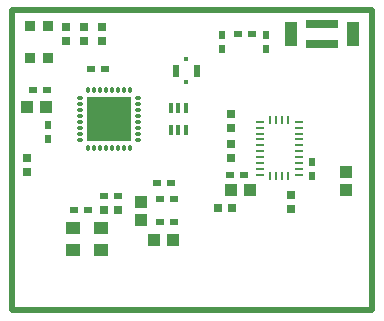
<source format=gtp>
%FSLAX25Y25*%
%MOIN*%
G70*
G01*
G75*
G04 Layer_Color=8421504*
%ADD10C,0.02000*%
%ADD11R,0.05118X0.04134*%
%ADD12R,0.02756X0.03150*%
%ADD13R,0.01000X0.01000*%
%ADD14R,0.01575X0.03347*%
%ADD15R,0.03937X0.04331*%
%ADD16C,0.05000*%
%ADD17R,0.03543X0.03543*%
%ADD18R,0.03937X0.03937*%
%ADD19R,0.11024X0.02756*%
%ADD20R,0.03937X0.07874*%
%ADD21R,0.03150X0.02362*%
%ADD22R,0.02362X0.03150*%
%ADD23R,0.01000X0.01000*%
%ADD24R,0.03150X0.02756*%
%ADD25R,0.01969X0.01969*%
%ADD26R,0.01969X0.03937*%
%ADD27R,0.02658X0.00984*%
%ADD28R,0.00984X0.02658*%
%ADD29R,0.05000X0.12500*%
%ADD30O,0.01181X0.02559*%
%ADD31O,0.02559X0.01181*%
%ADD32R,0.14961X0.14961*%
%ADD33C,0.04000*%
%ADD34C,0.01200*%
%ADD35C,0.00500*%
%ADD36C,0.01000*%
%ADD37C,0.00800*%
%ADD38R,0.04500X0.04000*%
%ADD39R,0.05000X0.04000*%
%ADD40R,0.03000X0.05000*%
%ADD41R,0.06000X0.03000*%
%ADD42R,0.09000X0.04000*%
%ADD43R,0.04000X0.01000*%
%ADD44R,0.01000X0.04000*%
%ADD45R,0.03543X0.02598*%
%ADD46C,0.12000*%
%ADD47C,0.06000*%
%ADD48C,0.01600*%
%ADD49C,0.02000*%
%ADD50C,0.02598*%
%ADD51C,0.10000*%
%ADD52C,0.08000*%
%ADD53C,0.00984*%
%ADD54C,0.00591*%
%ADD55C,0.00787*%
%ADD56R,0.01369X0.01369*%
D10*
X120000Y0D02*
Y100000D01*
X0D02*
X120000D01*
X0Y0D02*
Y100000D01*
Y0D02*
X120000D01*
D11*
X29500Y20216D02*
D03*
X20445D02*
D03*
Y27500D02*
D03*
X29500D02*
D03*
D12*
X24000Y89638D02*
D03*
Y94362D02*
D03*
X93000Y33638D02*
D03*
Y38362D02*
D03*
X73000Y65362D02*
D03*
Y60638D02*
D03*
X4900Y50862D02*
D03*
Y46138D02*
D03*
X73000Y50638D02*
D03*
Y55362D02*
D03*
X18000Y89638D02*
D03*
Y94362D02*
D03*
X30000Y89638D02*
D03*
Y94362D02*
D03*
D13*
X42200Y66700D02*
D03*
X39200D02*
D03*
X42000Y60800D02*
D03*
X39000D02*
D03*
D14*
X58000Y60120D02*
D03*
X55441D02*
D03*
X52882D02*
D03*
Y67600D02*
D03*
X55441D02*
D03*
X58000D02*
D03*
D15*
X111200Y45953D02*
D03*
Y40047D02*
D03*
X43000Y30047D02*
D03*
Y35953D02*
D03*
D17*
X6000Y84000D02*
D03*
Y94827D02*
D03*
X11906Y84000D02*
D03*
Y94827D02*
D03*
D18*
X4950Y67900D02*
D03*
X11250D02*
D03*
X79150Y40000D02*
D03*
X72850D02*
D03*
X53650Y23500D02*
D03*
X47350D02*
D03*
D19*
X103236Y95346D02*
D03*
Y88653D02*
D03*
D20*
X113472Y92000D02*
D03*
X93000D02*
D03*
D21*
X6838Y73300D02*
D03*
X11562D02*
D03*
X72638Y45000D02*
D03*
X77362D02*
D03*
X30638Y38000D02*
D03*
X35362D02*
D03*
X25262Y33300D02*
D03*
X20538D02*
D03*
X49138Y29500D02*
D03*
X53862D02*
D03*
X49138Y37000D02*
D03*
X53862D02*
D03*
X48138Y42500D02*
D03*
X52862D02*
D03*
X30962Y80300D02*
D03*
X26238D02*
D03*
X79862Y92000D02*
D03*
X75138D02*
D03*
D22*
X100000Y44638D02*
D03*
Y49362D02*
D03*
X12100Y61862D02*
D03*
Y57138D02*
D03*
X70000Y91862D02*
D03*
Y87138D02*
D03*
X84500Y91862D02*
D03*
Y87138D02*
D03*
D23*
X29300Y54200D02*
D03*
Y57200D02*
D03*
X35200Y54300D02*
D03*
Y57300D02*
D03*
D24*
X30638Y33300D02*
D03*
X35362D02*
D03*
X68638Y34000D02*
D03*
X73362D02*
D03*
D26*
X54457Y79900D02*
D03*
X61543D02*
D03*
D27*
X82455Y45142D02*
D03*
Y47110D02*
D03*
Y49079D02*
D03*
Y51047D02*
D03*
Y53016D02*
D03*
Y54984D02*
D03*
Y56953D02*
D03*
Y58921D02*
D03*
Y60890D02*
D03*
Y62858D02*
D03*
X95545D02*
D03*
Y60890D02*
D03*
Y58921D02*
D03*
Y56953D02*
D03*
Y54984D02*
D03*
Y53016D02*
D03*
Y51047D02*
D03*
Y49079D02*
D03*
Y47110D02*
D03*
Y45142D02*
D03*
D28*
X86047Y63301D02*
D03*
X88015D02*
D03*
X89984D02*
D03*
X91952D02*
D03*
Y44699D02*
D03*
X89984D02*
D03*
X88015D02*
D03*
X86047D02*
D03*
D30*
X25410Y54056D02*
D03*
X27379D02*
D03*
X29347D02*
D03*
X31316D02*
D03*
X33284D02*
D03*
X35253D02*
D03*
X37221D02*
D03*
X39190D02*
D03*
Y73544D02*
D03*
X37221D02*
D03*
X35253D02*
D03*
X33284D02*
D03*
X31316D02*
D03*
X29347D02*
D03*
X27379D02*
D03*
X25410D02*
D03*
D31*
X42044Y56910D02*
D03*
Y58879D02*
D03*
Y60847D02*
D03*
Y62816D02*
D03*
Y64784D02*
D03*
Y66753D02*
D03*
Y68721D02*
D03*
Y70690D02*
D03*
X22556D02*
D03*
Y68721D02*
D03*
Y66753D02*
D03*
Y64784D02*
D03*
Y62816D02*
D03*
Y60847D02*
D03*
Y58879D02*
D03*
Y56910D02*
D03*
D32*
X32300Y63800D02*
D03*
D56*
X58000Y83837D02*
D03*
Y75963D02*
D03*
M02*

</source>
